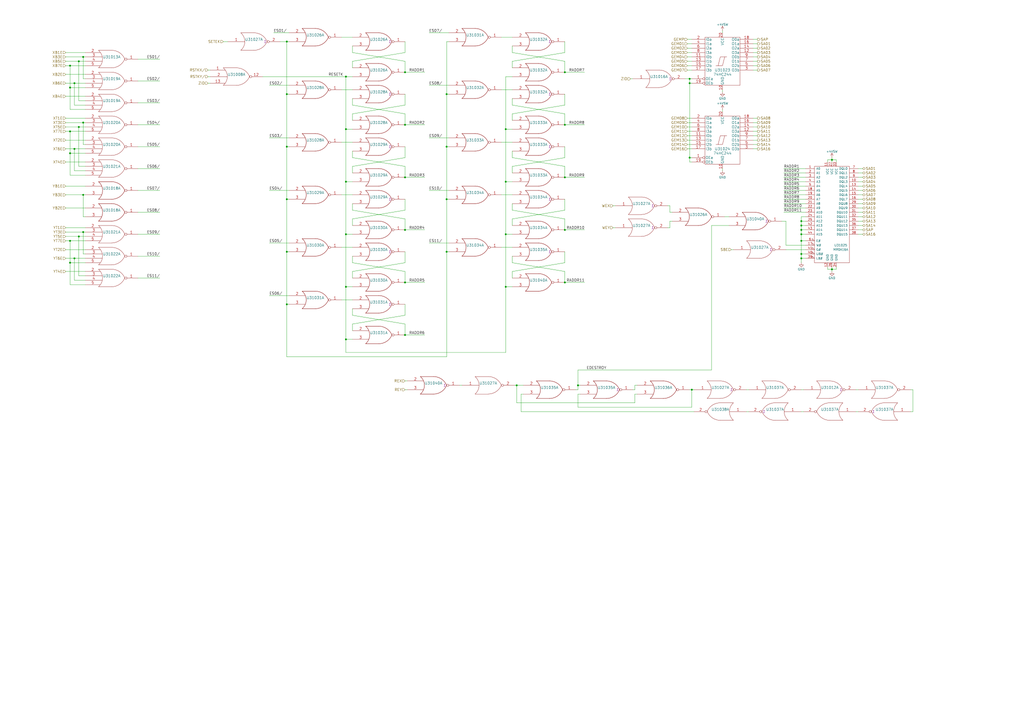
<source format=kicad_sch>
(kicad_sch (version 20211123) (generator eeschema)
  (paper "A2")
  (junction (at 40.64 88.9))
  (junction (at 327.66 41.91))
  (junction (at 200.66 196.85))
  (junction (at 200.66 44.45))
  (junction (at 464.82 133.35))
  (junction (at 293.37 105.41))
  (junction (at 335.28 223.52))
  (junction (at 166.37 176.53))
  (junction (at 464.82 147.32))
  (junction (at 293.37 74.93))
  (junction (at 200.66 166.37))
  (junction (at 166.37 24.13))
  (junction (at 40.64 152.4))
  (junction (at 259.08 54.61))
  (junction (at 45.72 137.16))
  (junction (at 48.26 134.62))
  (junction (at 293.37 166.37))
  (junction (at 48.26 71.12))
  (junction (at 464.82 130.81))
  (junction (at 45.72 35.56))
  (junction (at 482.6 156.21))
  (junction (at 401.32 226.06))
  (junction (at 400.05 91.44))
  (junction (at 234.95 133.35))
  (junction (at 464.82 139.7))
  (junction (at 259.08 146.05))
  (junction (at 293.37 135.89))
  (junction (at 200.66 74.93))
  (junction (at 482.6 92.71))
  (junction (at 259.08 85.09))
  (junction (at 327.66 163.83))
  (junction (at 166.37 54.61))
  (junction (at 234.95 194.31))
  (junction (at 40.64 139.7))
  (junction (at 200.66 135.89))
  (junction (at 166.37 85.09))
  (junction (at 464.82 128.27))
  (junction (at 200.66 105.41))
  (junction (at 40.64 76.2))
  (junction (at 400.05 48.26))
  (junction (at 234.95 163.83))
  (junction (at 234.95 41.91))
  (junction (at 40.64 38.1))
  (junction (at 48.26 113.03))
  (junction (at 464.82 135.89))
  (junction (at 43.18 149.86))
  (junction (at 48.26 33.02))
  (junction (at 259.08 115.57))
  (junction (at 166.37 146.05))
  (junction (at 234.95 102.87))
  (junction (at 43.18 86.36))
  (junction (at 299.72 223.52))
  (junction (at 43.18 48.26))
  (junction (at 45.72 73.66))
  (junction (at 400.05 45.72))
  (junction (at 327.66 72.39))
  (junction (at 464.82 149.86))
  (junction (at 327.66 133.35))
  (junction (at 40.64 50.8))
  (junction (at 234.95 72.39))
  (junction (at 166.37 115.57))
  (junction (at 327.66 102.87))
  (wire (pts (xy 40.64 50.8) (xy 40.64 63.5)))
  (wire (pts (xy 200.66 44.45) (xy 204.47 44.45)))
  (wire (pts (xy 529.59 226.06) (xy 528.32 226.06)))
  (wire (pts (xy 302.26 228.6) (xy 303.53 228.6)))
  (wire (pts (xy 327.66 35.56) (xy 297.18 30.48)))
  (wire (pts (xy 167.64 140.97) (xy 156.21 140.97)))
  (wire (pts (xy 80.01 123.19) (xy 92.71 123.19)))
  (wire (pts (xy 198.12 113.03) (xy 204.47 113.03)))
  (wire (pts (xy 400.05 226.06) (xy 401.32 226.06)))
  (wire (pts (xy 45.72 35.56) (xy 45.72 58.42)))
  (wire (pts (xy 497.84 128.27) (xy 500.38 128.27)))
  (wire (pts (xy 234.95 121.92) (xy 204.47 127)))
  (wire (pts (xy 290.83 21.59) (xy 297.18 21.59)))
  (wire (pts (xy 293.37 204.47) (xy 293.37 166.37)))
  (wire (pts (xy 45.72 160.02) (xy 49.53 160.02)))
  (wire (pts (xy 299.72 223.52) (xy 303.53 223.52)))
  (wire (pts (xy 198.12 52.07) (xy 204.47 52.07)))
  (wire (pts (xy 38.1 76.2) (xy 40.64 76.2)))
  (wire (pts (xy 38.1 134.62) (xy 48.26 134.62)))
  (wire (pts (xy 367.03 45.72) (xy 365.76 45.72)))
  (wire (pts (xy 464.82 130.81) (xy 464.82 133.35)))
  (wire (pts (xy 436.88 86.36) (xy 439.42 86.36)))
  (wire (pts (xy 40.64 88.9) (xy 40.64 101.6)))
  (wire (pts (xy 529.59 238.76) (xy 529.59 226.06)))
  (wire (pts (xy 234.95 226.06) (xy 236.22 226.06)))
  (wire (pts (xy 259.08 115.57) (xy 259.08 85.09)))
  (wire (pts (xy 419.1 63.5) (xy 419.1 64.77)))
  (wire (pts (xy 436.88 33.02) (xy 439.42 33.02)))
  (wire (pts (xy 297.18 35.56) (xy 297.18 39.37)))
  (wire (pts (xy 497.84 102.87) (xy 500.38 102.87)))
  (wire (pts (xy 38.1 33.02) (xy 48.26 33.02)))
  (wire (pts (xy 497.84 123.19) (xy 500.38 123.19)))
  (wire (pts (xy 419.1 97.79) (xy 419.1 99.06)))
  (wire (pts (xy 464.82 125.73) (xy 467.36 125.73)))
  (wire (pts (xy 467.36 115.57) (xy 454.66 115.57)))
  (wire (pts (xy 48.26 33.02) (xy 49.53 33.02)))
  (wire (pts (xy 234.95 54.61) (xy 234.95 60.96)))
  (wire (pts (xy 40.64 139.7) (xy 40.64 152.4)))
  (wire (pts (xy 43.18 60.96) (xy 49.53 60.96)))
  (wire (pts (xy 234.95 72.39) (xy 246.38 72.39)))
  (wire (pts (xy 200.66 135.89) (xy 204.47 135.89)))
  (wire (pts (xy 436.88 30.48) (xy 439.42 30.48)))
  (wire (pts (xy 497.84 105.41) (xy 500.38 105.41)))
  (wire (pts (xy 467.36 113.03) (xy 454.66 113.03)))
  (wire (pts (xy 234.95 152.4) (xy 204.47 157.48)))
  (wire (pts (xy 464.82 130.81) (xy 467.36 130.81)))
  (wire (pts (xy 482.6 154.94) (xy 482.6 156.21)))
  (wire (pts (xy 200.66 196.85) (xy 200.66 204.47)))
  (wire (pts (xy 234.95 187.96) (xy 204.47 182.88)))
  (wire (pts (xy 49.53 45.72) (xy 48.26 45.72)))
  (wire (pts (xy 482.6 156.21) (xy 485.14 156.21)))
  (wire (pts (xy 464.82 226.06) (xy 466.09 226.06)))
  (wire (pts (xy 497.84 115.57) (xy 500.38 115.57)))
  (wire (pts (xy 38.1 38.1) (xy 40.64 38.1)))
  (wire (pts (xy 43.18 48.26) (xy 43.18 60.96)))
  (wire (pts (xy 327.66 41.91) (xy 339.09 41.91)))
  (wire (pts (xy 400.05 48.26) (xy 401.32 48.26)))
  (wire (pts (xy 120.65 40.64) (xy 121.92 40.64)))
  (wire (pts (xy 200.66 44.45) (xy 200.66 74.93)))
  (wire (pts (xy 529.59 238.76) (xy 528.32 238.76)))
  (wire (pts (xy 401.32 81.28) (xy 398.78 81.28)))
  (wire (pts (xy 401.32 22.86) (xy 398.78 22.86)))
  (wire (pts (xy 401.32 25.4) (xy 398.78 25.4)))
  (wire (pts (xy 480.06 93.98) (xy 480.06 92.71)))
  (wire (pts (xy 368.3 233.68) (xy 368.3 228.6)))
  (wire (pts (xy 467.36 102.87) (xy 454.66 102.87)))
  (wire (pts (xy 464.82 128.27) (xy 464.82 130.81)))
  (wire (pts (xy 166.37 54.61) (xy 166.37 85.09)))
  (wire (pts (xy 455.93 128.27) (xy 453.39 128.27)))
  (wire (pts (xy 40.64 63.5) (xy 49.53 63.5)))
  (wire (pts (xy 234.95 72.39) (xy 234.95 66.04)))
  (wire (pts (xy 38.1 35.56) (xy 45.72 35.56)))
  (wire (pts (xy 38.1 157.48) (xy 49.53 157.48)))
  (wire (pts (xy 436.88 38.1) (xy 439.42 38.1)))
  (wire (pts (xy 455.93 142.24) (xy 455.93 128.27)))
  (wire (pts (xy 234.95 220.98) (xy 236.22 220.98)))
  (wire (pts (xy 356.87 132.08) (xy 355.6 132.08)))
  (wire (pts (xy 467.36 97.79) (xy 454.66 97.79)))
  (wire (pts (xy 234.95 85.09) (xy 234.95 91.44)))
  (wire (pts (xy 419.1 17.78) (xy 419.1 19.05)))
  (wire (pts (xy 497.84 110.49) (xy 500.38 110.49)))
  (wire (pts (xy 43.18 86.36) (xy 43.18 99.06)))
  (wire (pts (xy 234.95 30.48) (xy 204.47 35.56)))
  (wire (pts (xy 400.05 93.98) (xy 401.32 93.98)))
  (wire (pts (xy 234.95 194.31) (xy 234.95 187.96)))
  (wire (pts (xy 387.35 132.08) (xy 388.62 132.08)))
  (wire (pts (xy 467.36 118.11) (xy 454.66 118.11)))
  (wire (pts (xy 38.1 43.18) (xy 49.53 43.18)))
  (wire (pts (xy 327.66 146.05) (xy 327.66 152.4)))
  (wire (pts (xy 40.64 152.4) (xy 40.64 165.1)))
  (wire (pts (xy 464.82 135.89) (xy 464.82 139.7)))
  (wire (pts (xy 401.32 35.56) (xy 398.78 35.56)))
  (wire (pts (xy 497.84 120.65) (xy 500.38 120.65)))
  (wire (pts (xy 40.64 50.8) (xy 49.53 50.8)))
  (wire (pts (xy 293.37 74.93) (xy 297.18 74.93)))
  (wire (pts (xy 38.1 137.16) (xy 45.72 137.16)))
  (wire (pts (xy 327.66 163.83) (xy 339.09 163.83)))
  (wire (pts (xy 464.82 147.32) (xy 464.82 149.86)))
  (wire (pts (xy 38.1 71.12) (xy 48.26 71.12)))
  (wire (pts (xy 48.26 45.72) (xy 48.26 33.02)))
  (wire (pts (xy 166.37 176.53) (xy 167.64 176.53)))
  (wire (pts (xy 401.32 71.12) (xy 398.78 71.12)))
  (wire (pts (xy 299.72 223.52) (xy 299.72 233.68)))
  (wire (pts (xy 467.36 105.41) (xy 454.66 105.41)))
  (wire (pts (xy 434.34 238.76) (xy 433.07 238.76)))
  (wire (pts (xy 38.1 149.86) (xy 43.18 149.86)))
  (wire (pts (xy 166.37 115.57) (xy 166.37 146.05)))
  (wire (pts (xy 234.95 60.96) (xy 204.47 66.04)))
  (wire (pts (xy 436.88 81.28) (xy 439.42 81.28)))
  (wire (pts (xy 45.72 73.66) (xy 49.53 73.66)))
  (wire (pts (xy 40.64 101.6) (xy 49.53 101.6)))
  (wire (pts (xy 302.26 238.76) (xy 302.26 228.6)))
  (wire (pts (xy 234.95 24.13) (xy 234.95 30.48)))
  (wire (pts (xy 49.53 83.82) (xy 48.26 83.82)))
  (wire (pts (xy 234.95 102.87) (xy 246.38 102.87)))
  (wire (pts (xy 290.83 82.55) (xy 297.18 82.55)))
  (wire (pts (xy 335.28 228.6) (xy 336.55 228.6)))
  (wire (pts (xy 400.05 48.26) (xy 400.05 91.44)))
  (wire (pts (xy 297.18 157.48) (xy 297.18 161.29)))
  (wire (pts (xy 467.36 107.95) (xy 454.66 107.95)))
  (wire (pts (xy 40.64 152.4) (xy 49.53 152.4)))
  (wire (pts (xy 120.65 44.45) (xy 121.92 44.45)))
  (wire (pts (xy 204.47 96.52) (xy 204.47 100.33)))
  (wire (pts (xy 297.18 152.4) (xy 297.18 148.59)))
  (wire (pts (xy 43.18 162.56) (xy 49.53 162.56)))
  (wire (pts (xy 234.95 133.35) (xy 234.95 127)))
  (wire (pts (xy 335.28 223.52) (xy 336.55 223.52)))
  (wire (pts (xy 293.37 135.89) (xy 293.37 105.41)))
  (wire (pts (xy 43.18 48.26) (xy 49.53 48.26)))
  (wire (pts (xy 80.01 46.99) (xy 92.71 46.99)))
  (wire (pts (xy 401.32 83.82) (xy 398.78 83.82)))
  (wire (pts (xy 38.1 48.26) (xy 43.18 48.26)))
  (wire (pts (xy 200.66 166.37) (xy 204.47 166.37)))
  (wire (pts (xy 120.65 48.26) (xy 121.92 48.26)))
  (wire (pts (xy 436.88 22.86) (xy 439.42 22.86)))
  (wire (pts (xy 38.1 73.66) (xy 45.72 73.66)))
  (wire (pts (xy 38.1 86.36) (xy 43.18 86.36)))
  (wire (pts (xy 482.6 91.44) (xy 482.6 92.71)))
  (wire (pts (xy 327.66 115.57) (xy 327.66 121.92)))
  (wire (pts (xy 80.01 72.39) (xy 92.71 72.39)))
  (wire (pts (xy 455.93 144.78) (xy 467.36 144.78)))
  (wire (pts (xy 234.95 146.05) (xy 234.95 152.4)))
  (wire (pts (xy 48.26 134.62) (xy 49.53 134.62)))
  (wire (pts (xy 166.37 85.09) (xy 167.64 85.09)))
  (wire (pts (xy 290.83 143.51) (xy 297.18 143.51)))
  (wire (pts (xy 401.32 33.02) (xy 398.78 33.02)))
  (wire (pts (xy 259.08 85.09) (xy 259.08 54.61)))
  (wire (pts (xy 297.18 91.44) (xy 297.18 87.63)))
  (wire (pts (xy 234.95 91.44) (xy 204.47 96.52)))
  (wire (pts (xy 436.88 71.12) (xy 439.42 71.12)))
  (wire (pts (xy 38.1 113.03) (xy 48.26 113.03)))
  (wire (pts (xy 401.32 78.74) (xy 398.78 78.74)))
  (wire (pts (xy 234.95 163.83) (xy 246.38 163.83)))
  (wire (pts (xy 80.01 59.69) (xy 92.71 59.69)))
  (wire (pts (xy 401.32 86.36) (xy 398.78 86.36)))
  (wire (pts (xy 80.01 34.29) (xy 92.71 34.29)))
  (wire (pts (xy 327.66 102.87) (xy 339.09 102.87)))
  (wire (pts (xy 204.47 187.96) (xy 204.47 191.77)))
  (wire (pts (xy 327.66 85.09) (xy 327.66 91.44)))
  (wire (pts (xy 436.88 27.94) (xy 439.42 27.94)))
  (wire (pts (xy 40.64 38.1) (xy 49.53 38.1)))
  (wire (pts (xy 45.72 137.16) (xy 45.72 160.02)))
  (wire (pts (xy 420.37 125.73) (xy 422.91 125.73)))
  (wire (pts (xy 436.88 25.4) (xy 439.42 25.4)))
  (wire (pts (xy 464.82 139.7) (xy 464.82 147.32)))
  (wire (pts (xy 397.51 45.72) (xy 400.05 45.72)))
  (wire (pts (xy 200.66 105.41) (xy 204.47 105.41)))
  (wire (pts (xy 40.64 76.2) (xy 49.53 76.2)))
  (wire (pts (xy 298.45 223.52) (xy 299.72 223.52)))
  (wire (pts (xy 200.66 166.37) (xy 200.66 196.85)))
  (wire (pts (xy 204.47 66.04) (xy 204.47 69.85)))
  (wire (pts (xy 464.82 135.89) (xy 467.36 135.89)))
  (wire (pts (xy 167.64 110.49) (xy 156.21 110.49)))
  (wire (pts (xy 480.06 92.71) (xy 482.6 92.71)))
  (wire (pts (xy 38.1 139.7) (xy 40.64 139.7)))
  (wire (pts (xy 260.35 140.97) (xy 248.92 140.97)))
  (wire (pts (xy 38.1 132.08) (xy 49.53 132.08)))
  (wire (pts (xy 200.66 204.47) (xy 293.37 204.47)))
  (wire (pts (xy 497.84 107.95) (xy 500.38 107.95)))
  (wire (pts (xy 48.26 113.03) (xy 49.53 113.03)))
  (wire (pts (xy 327.66 152.4) (xy 297.18 157.48)))
  (wire (pts (xy 327.66 121.92) (xy 297.18 127)))
  (wire (pts (xy 335.28 226.06) (xy 334.01 226.06)))
  (wire (pts (xy 299.72 233.68) (xy 368.3 233.68)))
  (wire (pts (xy 234.95 102.87) (xy 234.95 96.52)))
  (wire (pts (xy 40.64 88.9) (xy 49.53 88.9)))
  (wire (pts (xy 38.1 68.58) (xy 49.53 68.58)))
  (wire (pts (xy 204.47 35.56) (xy 204.47 39.37)))
  (wire (pts (xy 356.87 119.38) (xy 355.6 119.38)))
  (wire (pts (xy 200.66 74.93) (xy 200.66 105.41)))
  (wire (pts (xy 260.35 110.49) (xy 248.92 110.49)))
  (wire (pts (xy 327.66 127) (xy 297.18 121.92)))
  (wire (pts (xy 204.47 127) (xy 204.47 130.81)))
  (wire (pts (xy 234.95 115.57) (xy 234.95 121.92)))
  (wire (pts (xy 132.08 24.13) (xy 129.54 24.13)))
  (wire (pts (xy 259.08 24.13) (xy 260.35 24.13)))
  (wire (pts (xy 152.4 44.45) (xy 200.66 44.45)))
  (wire (pts (xy 38.1 93.98) (xy 49.53 93.98)))
  (wire (pts (xy 48.26 113.03) (xy 48.26 125.73)))
  (wire (pts (xy 419.1 52.07) (xy 419.1 53.34)))
  (wire (pts (xy 259.08 115.57) (xy 260.35 115.57)))
  (wire (pts (xy 48.26 83.82) (xy 48.26 71.12)))
  (wire (pts (xy 401.32 30.48) (xy 398.78 30.48)))
  (wire (pts (xy 234.95 176.53) (xy 234.95 182.88)))
  (wire (pts (xy 368.3 223.52) (xy 369.57 223.52)))
  (wire (pts (xy 167.64 171.45) (xy 156.21 171.45)))
  (wire (pts (xy 260.35 19.05) (xy 248.92 19.05)))
  (wire (pts (xy 436.88 76.2) (xy 439.42 76.2)))
  (wire (pts (xy 436.88 73.66) (xy 439.42 73.66)))
  (wire (pts (xy 293.37 135.89) (xy 297.18 135.89)))
  (wire (pts (xy 266.7 223.52) (xy 267.97 223.52)))
  (wire (pts (xy 204.47 60.96) (xy 204.47 57.15)))
  (wire (pts (xy 293.37 74.93) (xy 293.37 44.45)))
  (wire (pts (xy 297.18 66.04) (xy 297.18 69.85)))
  (wire (pts (xy 198.12 21.59) (xy 204.47 21.59)))
  (wire (pts (xy 198.12 173.99) (xy 204.47 173.99)))
  (wire (pts (xy 293.37 105.41) (xy 293.37 74.93)))
  (wire (pts (xy 290.83 113.03) (xy 297.18 113.03)))
  (wire (pts (xy 200.66 135.89) (xy 200.66 166.37)))
  (wire (pts (xy 166.37 24.13) (xy 167.64 24.13)))
  (wire (pts (xy 166.37 115.57) (xy 167.64 115.57)))
  (wire (pts (xy 40.64 139.7) (xy 49.53 139.7)))
  (wire (pts (xy 497.84 125.73) (xy 500.38 125.73)))
  (wire (pts (xy 293.37 44.45) (xy 297.18 44.45)))
  (wire (pts (xy 167.64 80.01) (xy 156.21 80.01)))
  (wire (pts (xy 412.75 214.63) (xy 412.75 130.81)))
  (wire (pts (xy 467.36 147.32) (xy 464.82 147.32)))
  (wire (pts (xy 259.08 54.61) (xy 259.08 24.13)))
  (wire (pts (xy 48.26 71.12) (xy 49.53 71.12)))
  (wire (pts (xy 293.37 166.37) (xy 293.37 135.89)))
  (wire (pts (xy 401.32 76.2) (xy 398.78 76.2)))
  (wire (pts (xy 234.95 41.91) (xy 246.38 41.91)))
  (wire (pts (xy 388.62 123.19) (xy 389.89 123.19)))
  (wire (pts (xy 166.37 54.61) (xy 167.64 54.61)))
  (wire (pts (xy 166.37 24.13) (xy 166.37 54.61)))
  (wire (pts (xy 48.26 147.32) (xy 48.26 134.62)))
  (wire (pts (xy 480.06 154.94) (xy 480.06 156.21)))
  (wire (pts (xy 234.95 127) (xy 204.47 121.92)))
  (wire (pts (xy 467.36 100.33) (xy 454.66 100.33)))
  (wire (pts (xy 38.1 55.88) (xy 49.53 55.88)))
  (wire (pts (xy 45.72 96.52) (xy 49.53 96.52)))
  (wire (pts (xy 402.59 238.76) (xy 302.26 238.76)))
  (wire (pts (xy 166.37 85.09) (xy 166.37 115.57)))
  (wire (pts (xy 464.82 125.73) (xy 464.82 128.27)))
  (wire (pts (xy 166.37 146.05) (xy 167.64 146.05)))
  (wire (pts (xy 80.01 97.79) (xy 92.71 97.79)))
  (wire (pts (xy 400.05 91.44) (xy 401.32 91.44)))
  (wire (pts (xy 166.37 176.53) (xy 166.37 207.01)))
  (wire (pts (xy 200.66 105.41) (xy 200.66 135.89)))
  (wire (pts (xy 464.82 133.35) (xy 464.82 135.89)))
  (wire (pts (xy 234.95 163.83) (xy 234.95 157.48)))
  (wire (pts (xy 204.47 30.48) (xy 204.47 26.67)))
  (wire (pts (xy 467.36 149.86) (xy 464.82 149.86)))
  (wire (pts (xy 412.75 130.81) (xy 422.91 130.81)))
  (wire (pts (xy 466.09 238.76) (xy 464.82 238.76)))
  (wire (pts (xy 259.08 146.05) (xy 259.08 115.57)))
  (wire (pts (xy 204.47 152.4) (xy 204.47 148.59)))
  (wire (pts (xy 43.18 86.36) (xy 49.53 86.36)))
  (wire (pts (xy 167.64 19.05) (xy 158.75 19.05)))
  (wire (pts (xy 335.28 214.63) (xy 335.28 223.52)))
  (wire (pts (xy 388.62 119.38) (xy 388.62 123.19)))
  (wire (pts (xy 260.35 49.53) (xy 248.92 49.53)))
  (wire (pts (xy 327.66 163.83) (xy 327.66 157.48)))
  (wire (pts (xy 464.82 149.86) (xy 464.82 152.4)))
  (wire (pts (xy 167.64 49.53) (xy 156.21 49.53)))
  (wire (pts (xy 388.62 132.08) (xy 388.62 128.27)))
  (wire (pts (xy 259.08 54.61) (xy 260.35 54.61)))
  (wire (pts (xy 80.01 110.49) (xy 92.71 110.49)))
  (wire (pts (xy 327.66 91.44) (xy 297.18 96.52)))
  (wire (pts (xy 327.66 102.87) (xy 327.66 96.52)))
  (wire (pts (xy 204.47 91.44) (xy 204.47 87.63)))
  (wire (pts (xy 40.64 76.2) (xy 40.64 88.9)))
  (wire (pts (xy 198.12 143.51) (xy 204.47 143.51)))
  (wire (pts (xy 401.32 27.94) (xy 398.78 27.94)))
  (wire (pts (xy 234.95 194.31) (xy 246.38 194.31)))
  (wire (pts (xy 335.28 223.52) (xy 335.28 226.06)))
  (wire (pts (xy 497.84 118.11) (xy 500.38 118.11)))
  (wire (pts (xy 297.18 60.96) (xy 297.18 57.15)))
  (wire (pts (xy 327.66 133.35) (xy 327.66 127)))
  (wire (pts (xy 49.53 107.95) (xy 38.1 107.95)))
  (wire (pts (xy 45.72 73.66) (xy 45.72 96.52)))
  (wire (pts (xy 401.32 73.66) (xy 398.78 73.66)))
  (wire (pts (xy 327.66 30.48) (xy 297.18 35.56)))
  (wire (pts (xy 464.82 139.7) (xy 467.36 139.7)))
  (wire (pts (xy 436.88 35.56) (xy 439.42 35.56)))
  (wire (pts (xy 293.37 166.37) (xy 297.18 166.37)))
  (wire (pts (xy 166.37 146.05) (xy 166.37 176.53)))
  (wire (pts (xy 401.32 236.22) (xy 335.28 236.22)))
  (wire (pts (xy 290.83 52.07) (xy 297.18 52.07)))
  (wire (pts (xy 40.64 38.1) (xy 40.64 50.8)))
  (wire (pts (xy 367.03 226.06) (xy 368.3 226.06)))
  (wire (pts (xy 424.18 144.78) (xy 425.45 144.78)))
  (wire (pts (xy 436.88 78.74) (xy 439.42 78.74)))
  (wire (pts (xy 49.53 120.65) (xy 38.1 120.65)))
  (wire (pts (xy 80.01 161.29) (xy 92.71 161.29)))
  (wire (pts (xy 400.05 91.44) (xy 400.05 93.98)))
  (wire (pts (xy 401.32 226.06) (xy 402.59 226.06)))
  (wire (pts (xy 368.3 226.06) (xy 368.3 223.52)))
  (wire (pts (xy 38.1 81.28) (xy 49.53 81.28)))
  (wire (pts (xy 297.18 30.48) (xy 297.18 26.67)))
  (wire (pts (xy 327.66 96.52) (xy 297.18 91.44)))
  (wire (pts (xy 234.95 182.88) (xy 204.47 187.96)))
  (wire (pts (xy 368.3 228.6) (xy 369.57 228.6)))
  (wire (pts (xy 467.36 142.24) (xy 455.93 142.24)))
  (wire (pts (xy 387.35 119.38) (xy 388.62 119.38)))
  (wire (pts (xy 49.53 147.32) (xy 48.26 147.32)))
  (wire (pts (xy 40.64 165.1) (xy 49.53 165.1)))
  (wire (pts (xy 162.56 24.13) (xy 166.37 24.13)))
  (wire (pts (xy 482.6 92.71) (xy 482.6 93.98)))
  (wire (pts (xy 327.66 66.04) (xy 297.18 60.96)))
  (wire (pts (xy 436.88 83.82) (xy 439.42 83.82)))
  (wire (pts (xy 327.66 41.91) (xy 327.66 35.56)))
  (wire (pts (xy 327.66 54.61) (xy 327.66 60.96)))
  (wire (pts (xy 327.66 24.13) (xy 327.66 30.48)))
  (wire (pts (xy 204.47 182.88) (xy 204.47 179.07)))
  (wire (pts (xy 80.01 135.89) (xy 92.71 135.89)))
  (wire (pts (xy 497.84 130.81) (xy 500.38 130.81)))
  (wire (pts (xy 234.95 66.04) (xy 204.47 60.96)))
  (wire (pts (xy 433.07 226.06) (xy 434.34 226.06)))
  (wire (pts (xy 436.88 68.58) (xy 439.42 68.58)))
  (wire (pts (xy 401.32 38.1) (xy 398.78 38.1)))
  (wire (pts (xy 198.12 82.55) (xy 204.47 82.55)))
  (wire (pts (xy 80.01 148.59) (xy 92.71 148.59)))
  (wire (pts (xy 200.66 74.93) (xy 204.47 74.93)))
  (wire (pts (xy 480.06 156.21) (xy 482.6 156.21)))
  (wire (pts (xy 400.05 45.72) (xy 400.05 48.26)))
  (wire (pts (xy 259.08 85.09) (xy 260.35 85.09)))
  (wire (pts (xy 204.47 121.92) (xy 204.47 118.11)))
  (wire (pts (xy 467.36 123.19) (xy 454.66 123.19)))
  (wire (pts (xy 204.47 157.48) (xy 204.47 161.29)))
  (wire (pts (xy 234.95 96.52) (xy 204.47 91.44)))
  (wire (pts (xy 327.66 133.35) (xy 339.09 133.35)))
  (wire (pts (xy 293.37 105.41) (xy 297.18 105.41)))
  (wire (pts (xy 297.18 96.52) (xy 297.18 100.33)))
  (wire (pts (xy 401.32 68.58) (xy 398.78 68.58)))
  (wire (pts (xy 464.82 128.27) (xy 467.36 128.27)))
  (wire (pts (xy 259.08 207.01) (xy 259.08 146.05)))
  (wire (pts (xy 497.84 97.79) (xy 500.38 97.79)))
  (wire (pts (xy 45.72 35.56) (xy 49.53 35.56)))
  (wire (pts (xy 388.62 128.27) (xy 389.89 128.27)))
  (wire (pts (xy 497.84 135.89) (xy 500.38 135.89)))
  (wire (pts (xy 400.05 45.72) (xy 401.32 45.72)))
  (wire (pts (xy 482.6 92.71) (xy 485.14 92.71)))
  (wire (pts (xy 200.66 196.85) (xy 204.47 196.85)))
  (wire (pts (xy 467.36 120.65) (xy 454.66 120.65)))
  (wire (pts (xy 497.84 113.03) (xy 500.38 113.03)))
  (wire (pts (xy 38.1 144.78) (xy 49.53 144.78)))
  (wire (pts (xy 45.72 58.42) (xy 49.53 58.42)))
  (wire (pts (xy 335.28 236.22) (xy 335.28 228.6)))
  (wire (pts (xy 297.18 121.92) (xy 297.18 118.11)))
  (wire (pts (xy 234.95 35.56) (xy 204.47 30.48)))
  (wire (pts (xy 259.08 146.05) (xy 260.35 146.05)))
  (wire (pts (xy 485.14 156.21) (xy 485.14 154.94)))
  (wire (pts (xy 234.95 133.35) (xy 246.38 133.35)))
  (wire (pts (xy 43.18 99.06) (xy 49.53 99.06)))
  (wire (pts (xy 496.57 238.76) (xy 497.84 238.76)))
  (wire (pts (xy 45.72 137.16) (xy 49.53 137.16)))
  (wire (pts (xy 496.57 226.06) (xy 497.84 226.06)))
  (wire (pts (xy 327.66 72.39) (xy 327.66 66.04)))
  (wire (pts (xy 234.95 157.48) (xy 204.47 152.4)))
  (wire (pts (xy 401.32 40.64) (xy 398.78 40.64)))
  (wire (pts (xy 80.01 85.09) (xy 92.71 85.09)))
  (wire (pts (xy 38.1 30.48) (xy 49.53 30.48)))
  (wire (pts (xy 335.28 214.63) (xy 412.75 214.63)))
  (wire (pts (xy 497.84 100.33) (xy 500.38 100.33)))
  (wire (pts (xy 166.37 207.01) (xy 259.08 207.01)))
  (wire (pts (xy 327.66 157.48) (xy 297.18 152.4)))
  (wire (pts (xy 297.18 127) (xy 297.18 130.81)))
  (wire (pts (xy 260.35 80.01) (xy 248.92 80.01)))
  (wire (pts (xy 48.26 125.73) (xy 49.53 125.73)))
  (wire (pts (xy 464.82 133.35) (xy 467.36 133.35)))
  (wire (pts (xy 482.6 156.21) (xy 482.6 157.48)))
  (wire (pts (xy 485.14 92.71) (xy 485.14 93.98)))
  (wire (pts (xy 43.18 149.86) (xy 43.18 162.56)))
  (wire (pts (xy 234.95 41.91) (xy 234.95 35.56)))
  (wire (pts (xy 327.66 60.96) (xy 297.18 66.04)))
  (wire (pts (xy 497.84 133.35) (xy 500.38 133.35)))
  (wire (pts (xy 43.18 149.86) (xy 49.53 149.86)))
  (wire (pts (xy 327.66 72.39) (xy 339.09 72.39)))
  (wire (pts (xy 436.88 40.64) (xy 439.42 40.64)))
  (wire (pts (xy 401.32 226.06) (xy 401.32 236.22)))
  (wire (pts (xy 467.36 110.49) (xy 454.66 110.49)))
  (label "ES06/" (at 92.71 97.79 180) (effects (font (size 1.524 1.524))))
  (label "RESETK" (at 190.5 44.45 0) (effects (font (size 1.524 1.524))))
  (label "ES11/" (at 248.92 140.97 0) (effects (font (size 1.524 1.524))))
  (label "ES09/" (at 92.71 135.89 180) (effects (font (size 1.524 1.524))))
  (label "ES05/" (at 92.71 85.09 180) (effects (font (size 1.524 1.524))))
  (label "RADDR7" (at 454.66 113.03 0) (effects (font (size 1.524 1.524))))
  (label "ES01/" (at 92.71 34.29 180) (effects (font (size 1.524 1.524))))
  (label "RADDR10" (at 454.66 120.65 0) (effects (font (size 1.524 1.524))))
  (label "ES06/" (at 156.21 171.45 0) (effects (font (size 1.524 1.524))))
  (label "ES08/" (at 248.92 49.53 0) (effects (font (size 1.524 1.524))))
  (label "ES03/" (at 92.71 59.69 180) (effects (font (size 1.524 1.524))))
  (label "ES08/" (at 92.71 123.19 180) (effects (font (size 1.524 1.524))))
  (label "ES07/" (at 248.92 19.05 0) (effects (font (size 1.524 1.524))))
  (label "RADDR9" (at 339.09 102.87 180) (effects (font (size 1.524 1.524))))
  (label "RADDR2" (at 246.38 72.39 180) (effects (font (size 1.524 1.524))))
  (label "ES04/" (at 156.21 110.49 0) (effects (font (size 1.524 1.524))))
  (label "RADDR7" (at 339.09 41.91 180) (effects (font (size 1.524 1.524))))
  (label "RADDR3" (at 454.66 102.87 0) (effects (font (size 1.524 1.524))))
  (label "EDESTROY" (at 351.79 214.63 180) (effects (font (size 1.524 1.524))))
  (label "RADDR5" (at 454.66 107.95 0) (effects (font (size 1.524 1.524))))
  (label "RADDR9" (at 454.66 118.11 0) (effects (font (size 1.524 1.524))))
  (label "RADDR10" (at 339.09 133.35 180) (effects (font (size 1.524 1.524))))
  (label "RADDR8" (at 339.09 72.39 180) (effects (font (size 1.524 1.524))))
  (label "ES05/" (at 156.21 140.97 0) (effects (font (size 1.524 1.524))))
  (label "RADDR3" (at 246.38 102.87 180) (effects (font (size 1.524 1.524))))
  (label "ES11/" (at 92.71 161.29 180) (effects (font (size 1.524 1.524))))
  (label "RADDR1" (at 454.66 97.79 0) (effects (font (size 1.524 1.524))))
  (label "ES04/" (at 92.71 72.39 180) (effects (font (size 1.524 1.524))))
  (label "RADDR6" (at 454.66 110.49 0) (effects (font (size 1.524 1.524))))
  (label "RADDR11" (at 454.66 123.19 0) (effects (font (size 1.524 1.524))))
  (label "RADDR6" (at 246.38 194.31 180) (effects (font (size 1.524 1.524))))
  (label "ES09/" (at 248.92 80.01 0) (effects (font (size 1.524 1.524))))
  (label "ES07/" (at 92.71 110.49 180) (effects (font (size 1.524 1.524))))
  (label "RADDR8" (at 454.66 115.57 0) (effects (font (size 1.524 1.524))))
  (label "ES10/" (at 248.92 110.49 0) (effects (font (size 1.524 1.524))))
  (label "RADDR2" (at 454.66 100.33 0) (effects (font (size 1.524 1.524))))
  (label "ES02/" (at 92.71 46.99 180) (effects (font (size 1.524 1.524))))
  (label "RADDR4" (at 246.38 133.35 180) (effects (font (size 1.524 1.524))))
  (label "RADDR5" (at 246.38 163.83 180) (effects (font (size 1.524 1.524))))
  (label "RADDR11" (at 339.09 163.83 180) (effects (font (size 1.524 1.524))))
  (label "ES10/" (at 92.71 148.59 180) (effects (font (size 1.524 1.524))))
  (label "ES03/" (at 156.21 80.01 0) (effects (font (size 1.524 1.524))))
  (label "ES01/" (at 158.75 19.05 0) (effects (font (size 1.524 1.524))))
  (label "ES02/" (at 156.21 49.53 0) (effects (font (size 1.524 1.524))))
  (label "RADDR1" (at 246.38 41.91 180) (effects (font (size 1.524 1.524))))
  (label "RADDR4" (at 454.66 105.41 0) (effects (font (size 1.524 1.524))))
  (hierarchical_label "SA14" (shape tri_state) (at 500.38 130.81 0) (effects (font (size 1.524 1.524))))
  (hierarchical_label "SA11" (shape output) (at 439.42 76.2 0) (effects (font (size 1.524 1.524))))
  (hierarchical_label "GEM01" (shape input) (at 398.78 25.4 180) (effects (font (size 1.524 1.524))))
  (hierarchical_label "SA10" (shape tri_state) (at 500.38 120.65 0) (effects (font (size 1.524 1.524))))
  (hierarchical_label "SA08" (shape output) (at 439.42 68.58 0) (effects (font (size 1.524 1.524))))
  (hierarchical_label "SA08" (shape tri_state) (at 500.38 115.57 0) (effects (font (size 1.524 1.524))))
  (hierarchical_label "WEY" (shape input) (at 355.6 132.08 180) (effects (font (size 1.524 1.524))))
  (hierarchical_label "XB1E" (shape input) (at 38.1 30.48 180) (effects (font (size 1.524 1.524))))
  (hierarchical_label "YT7E" (shape input) (at 38.1 139.7 180) (effects (font (size 1.524 1.524))))
  (hierarchical_label "SA05" (shape output) (at 439.42 35.56 0) (effects (font (size 1.524 1.524))))
  (hierarchical_label "SA01" (shape output) (at 439.42 25.4 0) (effects (font (size 1.524 1.524))))
  (hierarchical_label "GEM12" (shape input) (at 398.78 78.74 180) (effects (font (size 1.524 1.524))))
  (hierarchical_label "XT4E" (shape input) (at 38.1 93.98 180) (effects (font (size 1.524 1.524))))
  (hierarchical_label "YB3E" (shape input) (at 38.1 113.03 180) (effects (font (size 1.524 1.524))))
  (hierarchical_label "ZID" (shape input) (at 120.65 48.26 180) (effects (font (size 1.524 1.524))))
  (hierarchical_label "XB2E" (shape input) (at 38.1 43.18 180) (effects (font (size 1.524 1.524))))
  (hierarchical_label "SA06" (shape output) (at 439.42 38.1 0) (effects (font (size 1.524 1.524))))
  (hierarchical_label "XT6E" (shape input) (at 38.1 86.36 180) (effects (font (size 1.524 1.524))))
  (hierarchical_label "GEM14" (shape input) (at 398.78 83.82 180) (effects (font (size 1.524 1.524))))
  (hierarchical_label "GEM05" (shape input) (at 398.78 35.56 180) (effects (font (size 1.524 1.524))))
  (hierarchical_label "GEM08" (shape input) (at 398.78 68.58 180) (effects (font (size 1.524 1.524))))
  (hierarchical_label "XB6E" (shape input) (at 38.1 48.26 180) (effects (font (size 1.524 1.524))))
  (hierarchical_label "GEM13" (shape input) (at 398.78 81.28 180) (effects (font (size 1.524 1.524))))
  (hierarchical_label "REY" (shape input) (at 234.95 226.06 180) (effects (font (size 1.524 1.524))))
  (hierarchical_label "WEX" (shape input) (at 355.6 119.38 180) (effects (font (size 1.524 1.524))))
  (hierarchical_label "YT3E" (shape input) (at 38.1 134.62 180) (effects (font (size 1.524 1.524))))
  (hierarchical_label "ZID" (shape input) (at 365.76 45.72 180) (effects (font (size 1.524 1.524))))
  (hierarchical_label "SA03" (shape output) (at 439.42 30.48 0) (effects (font (size 1.524 1.524))))
  (hierarchical_label "SA04" (shape tri_state) (at 500.38 105.41 0) (effects (font (size 1.524 1.524))))
  (hierarchical_label "SA13" (shape output) (at 439.42 81.28 0) (effects (font (size 1.524 1.524))))
  (hierarchical_label "GEM09" (shape input) (at 398.78 71.12 180) (effects (font (size 1.524 1.524))))
  (hierarchical_label "XB3E" (shape input) (at 38.1 33.02 180) (effects (font (size 1.524 1.524))))
  (hierarchical_label "XT5E" (shape input) (at 38.1 73.66 180) (effects (font (size 1.524 1.524))))
  (hierarchical_label "SA06" (shape tri_state) (at 500.38 110.49 0) (effects (font (size 1.524 1.524))))
  (hierarchical_label "SA03" (shape tri_state) (at 500.38 102.87 0) (effects (font (size 1.524 1.524))))
  (hierarchical_label "GEM02" (shape input) (at 398.78 27.94 180) (effects (font (size 1.524 1.524))))
  (hierarchical_label "SA02" (shape output) (at 439.42 27.94 0) (effects (font (size 1.524 1.524))))
  (hierarchical_label "YT5E" (shape input) (at 38.1 137.16 180) (effects (font (size 1.524 1.524))))
  (hierarchical_label "SAP" (shape output) (at 439.42 22.86 0) (effects (font (size 1.524 1.524))))
  (hierarchical_label "SA12" (shape output) (at 439.42 78.74 0) (effects (font (size 1.524 1.524))))
  (hierarchical_label "GEM10" (shape input) (at 398.78 73.66 180) (effects (font (size 1.524 1.524))))
  (hierarchical_label "SA07" (shape tri_state) (at 500.38 113.03 0) (effects (font (size 1.524 1.524))))
  (hierarchical_label "GEM06" (shape input) (at 398.78 38.1 180) (effects (font (size 1.524 1.524))))
  (hierarchical_label "RSTKX/" (shape input) (at 120.65 40.64 180) (effects (font (size 1.524 1.524))))
  (hierarchical_label "SETEK" (shape input) (at 129.54 24.13 180) (effects (font (size 1.524 1.524))))
  (hierarchical_label "GEM16" (shape input) (at 398.78 86.36 180) (effects (font (size 1.524 1.524))))
  (hierarchical_label "SA10" (shape output) (at 439.42 73.66 0) (effects (font (size 1.524 1.524))))
  (hierarchical_label "XB5E" (shape input) (at 38.1 35.56 180) (effects (font (size 1.524 1.524))))
  (hierarchical_label "REX" (shape input) (at 234.95 220.98 180) (effects (font (size 1.524 1.524))))
  (hierarchical_label "YT6E" (shape input) (at 38.1 149.86 180) (effects (font (size 1.524 1.524))))
  (hierarchical_label "GEM04" (shape input) (at 398.78 33.02 180) (effects (font (size 1.524 1.524))))
  (hierarchical_label "GEMP" (shape input) (at 398.78 22.86 180) (effects (font (size 1.524 1.524))))
  (hierarchical_label "SBE" (shape input) (at 424.18 144.78 180) (effects (font (size 1.524 1.524))))
  (hierarchical_label "SA07" (shape output) (at 439.42 40.64 0) (effects (font (size 1.524 1.524))))
  (hierarchical_label "SA01" (shape tri_state) (at 500.38 97.79 0) (effects (font (size 1.524 1.524))))
  (hierarchical_label "SA05" (shape tri_state) (at 500.38 107.95 0) (effects (font (size 1.524 1.524))))
  (hierarchical_label "SA11" (shape tri_state) (at 500.38 123.19 0) (effects (font (size 1.524 1.524))))
  (hierarchical_label "SA16" (shape output) (at 439.42 86.36 0) (effects (font (size 1.524 1.524))))
  (hierarchical_label "GEM11" (shape input) (at 398.78 76.2 180) (effects (font (size 1.524 1.524))))
  (hierarchical_label "SAP" (shape tri_state) (at 500.38 133.35 0) (effects (font (size 1.524 1.524))))
  (hierarchical_label "YT4E" (shape input) (at 38.1 157.48 180) (effects (font (size 1.524 1.524))))
  (hierarchical_label "SA02" (shape tri_state) (at 500.38 100.33 0) (effects (font (size 1.524 1.524))))
  (hierarchical_label "SA09" (shape output) (at 439.42 71.12 0) (effects (font (size 1.524 1.524))))
  (hierarchical_label "SA09" (shape tri_state) (at 500.38 118.11 0) (effects (font (size 1.524 1.524))))
  (hierarchical_label "YB1E" (shape input) (at 38.1 107.95 180) (effects (font (size 1.524 1.524))))
  (hierarchical_label "YB2E" (shape input) (at 38.1 120.65 180) (effects (font (size 1.524 1.524))))
  (hierarchical_label "XT7E" (shape input) (at 38.1 76.2 180) (effects (font (size 1.524 1.524))))
  (hierarchical_label "YT1E" (shape input) (at 38.1 132.08 180) (effects (font (size 1.524 1.524))))
  (hierarchical_label "YT2E" (shape input) (at 38.1 144.78 180) (effects (font (size 1.524 1.524))))
  (hierarchical_label "SA12" (shape tri_state) (at 500.38 125.73 0) (effects (font (size 1.524 1.524))))
  (hierarchical_label "RSTKY/" (shape input) (at 120.65 44.45 180) (effects (font (size 1.524 1.524))))
  (hierarchical_label "GEM07" (shape input) (at 398.78 40.64 180) (effects (font (size 1.524 1.524))))
  (hierarchical_label "SA04" (shape output) (at 439.42 33.02 0) (effects (font (size 1.524 1.524))))
  (hierarchical_label "XT3E" (shape input) (at 38.1 71.12 180) (effects (font (size 1.524 1.524))))
  (hierarchical_label "XB4E" (shape input) (at 38.1 55.88 180) (effects (font (size 1.524 1.524))))
  (hierarchical_label "SA14" (shape output) (at 439.42 83.82 0) (effects (font (size 1.524 1.524))))
  (hierarchical_label "GEM03" (shape input) (at 398.78 30.48 180) (effects (font (size 1.524 1.524))))
  (hierarchical_label "SA16" (shape tri_state) (at 500.38 135.89 0) (effects (font (size 1.524 1.524))))
  (hierarchical_label "XT1E" (shape input) (at 38.1 68.58 180) (effects (font (size 1.524 1.524))))
  (hierarchical_label "XT2E" (shape input) (at 38.1 81.28 180) (effects (font (size 1.524 1.524))))
  (hierarchical_label "SA13" (shape tri_state) (at 500.38 128.27 0) (effects (font (size 1.524 1.524))))
  (hierarchical_label "XB7E" (shape input) (at 38.1 38.1 180) (effects (font (size 1.524 1.524))))
  (symbol (lib_id "agc_kicad_components:74HC4002") (at 64.77 34.29 0)
    (property "Reference" "U31013" (at 64.77 33.02 0) (effects (font (size 1.524 1.524))))
    (property "Value" "74HC4002" (effects hide))
  )
  (symbol (lib_id "agc_kicad_components:74HC4002") (at 64.77 46.99 0)
    (property "Reference" "U31019" (at 64.77 45.72 0) (effects (font (size 1.524 1.524))))
    (property "Value" "74HC4002" (effects hide))
  )
  (symbol (lib_id "agc_kicad_components:74HC4002") (at 64.77 59.69 0)
    (property "Reference" "U31019" (at 64.77 58.42 0) (effects (font (size 1.524 1.524))))
    (property "Value" "74HC4002" (effects hide))
  )
  (symbol (lib_id "agc_kicad_components:74HC4002") (at 64.77 72.39 0)
    (property "Reference" "U31020" (at 64.77 71.12 0) (effects (font (size 1.524 1.524))))
    (property "Value" "74HC4002" (effects hide))
  )
  (symbol (lib_id "agc_kicad_components:74HC4002") (at 64.77 85.09 0)
    (property "Reference" "U31020" (at 64.77 83.82 0) (effects (font (size 1.524 1.524))))
    (property "Value" "74HC4002" (effects hide))
  )
  (symbol (lib_id "agc_kicad_components:74HC4002") (at 64.77 97.79 0)
    (property "Reference" "U31021" (at 64.77 96.52 0) (effects (font (size 1.524 1.524))))
    (property "Value" "74HC4002" (effects hide))
  )
  (symbol (lib_id "agc_kicad_components:74HC02") (at 64.77 110.49 0)
    (property "Reference" "U31018" (at 64.77 109.22 0) (effects (font (size 1.524 1.524))))
    (property "Value" "74HC02" (effects hide))
  )
  (symbol (lib_id "agc_kicad_components:74HC02") (at 64.77 123.19 0)
    (property "Reference" "U31018" (at 64.77 121.92 0) (effects (font (size 1.524 1.524))))
    (property "Value" "74HC02" (effects hide))
  )
  (symbol (lib_id "agc_kicad_components:74HC4002") (at 64.77 135.89 0)
    (property "Reference" "U31021" (at 64.77 134.62 0) (effects (font (size 1.524 1.524))))
    (property "Value" "74HC4002" (effects hide))
  )
  (symbol (lib_id "agc_kicad_components:74HC4002") (at 64.77 148.59 0)
    (property "Reference" "U31022" (at 64.77 147.32 0) (effects (font (size 1.524 1.524))))
    (property "Value" "74HC4002" (effects hide))
  )
  (symbol (lib_id "agc_kicad_components:74HC4002") (at 64.77 161.29 0)
    (property "Reference" "U31022" (at 64.77 160.02 0) (effects (font (size 1.524 1.524))))
    (property "Value" "74HC4002" (effects hide))
  )
  (symbol (lib_id "agc_kicad_components:74HC244") (at 419.1 35.56 0)
    (property "Reference" "U31023" (at 419.1 40.64 0) (effects (font (size 1.524 1.524))))
    (property "Value" "74HC244" (at 419.1 43.18 0) (effects (font (size 1.524 1.524))))
  )
  (symbol (lib_id "agc_kicad_components:74HC04") (at 382.27 45.72 0)
    (property "Reference" "U31016" (at 382.27 44.45 0) (effects (font (size 1.524 1.524))))
    (property "Value" "74HC04" (effects hide))
    (property "Initial" "1" (at 388.62 45.72 0) (effects (font (size 1.524 1.524) italic)))
  )
  (symbol (lib_id "agc_kicad_components:74HC244") (at 419.1 81.28 0)
    (property "Reference" "U31024" (at 419.1 86.36 0) (effects (font (size 1.524 1.524))))
    (property "Value" "74HC244" (at 419.1 88.9 0) (effects (font (size 1.524 1.524))))
  )
  (symbol (lib_id "agc_kicad_components:MR0A16A") (at 482.6 128.27 0)
    (property "Reference" "U31025" (at 487.68 142.24 0))
    (property "Value" "MR0A16A" (at 487.68 144.78 0))
    (property "FPGA#bidir" "7,8,9,10,13,14,15,16,29,30,31,32,35,36,37,38" (effects hide))
  )
  (symbol (lib_id "power:GND") (at 464.82 152.4 0) (unit 1)
    (property "Reference" "#PWR011" (effects hide))
    (property "Value" "GND" (at 464.82 156.21 0))
  )
  (symbol (lib_id "agc_kicad_components:74HC02") (at 405.13 125.73 0)
    (property "Reference" "U31026" (at 405.13 124.46 0) (effects (font (size 1.524 1.524))))
    (property "Value" "74HC02" (effects hide))
  )
  (symbol (lib_id "agc_kicad_components:74HC04") (at 372.11 119.38 0)
    (property "Reference" "U31027" (at 372.11 118.11 0) (effects (font (size 1.524 1.524))))
    (property "Value" "74HC04" (effects hide))
    (property "Initial" "1" (at 378.46 119.38 0) (effects (font (size 1.524 1.524) italic)))
  )
  (symbol (lib_id "agc_kicad_components:74HC04") (at 372.11 132.08 0)
    (property "Reference" "U31027" (at 372.11 130.81 0) (effects (font (size 1.524 1.524))))
    (property "Value" "74HC04" (effects hide))
    (property "Initial" "1" (at 378.46 132.08 0) (effects (font (size 1.524 1.524) italic)))
  )
  (symbol (lib_id "agc_kicad_components:74HC04") (at 440.69 144.78 0)
    (property "Reference" "U31027" (at 440.69 143.51 0) (effects (font (size 1.524 1.524))))
    (property "Value" "74HC04" (effects hide))
    (property "Initial" "1" (at 447.04 144.78 0) (effects (font (size 1.524 1.524) italic)))
  )
  (symbol (lib_id "agc_kicad_components:74HC02") (at 182.88 21.59 0)
    (property "Reference" "U31026" (at 182.88 20.32 0) (effects (font (size 1.524 1.524))))
    (property "Value" "74HC02" (effects hide))
  )
  (symbol (lib_id "agc_kicad_components:74HC04") (at 147.32 24.13 0)
    (property "Reference" "U31027" (at 147.32 22.86 0) (effects (font (size 1.524 1.524))))
    (property "Value" "74HC04" (effects hide))
    (property "Initial" "1" (at 153.67 24.13 0) (effects (font (size 1.524 1.524) italic)))
  )
  (symbol (lib_id "agc_kicad_components:74HC02") (at 219.71 24.13 0)
    (property "Reference" "U31026" (at 219.71 22.86 0) (effects (font (size 1.524 1.524))))
    (property "Value" "74HC02" (effects hide))
    (property "Initial" "1" (at 226.06 24.13 0) (effects (font (size 1.524 1.524) italic)))
  )
  (symbol (lib_id "agc_kicad_components:74HC02") (at 219.71 41.91 0)
    (property "Reference" "U31026" (at 219.71 40.64 0) (effects (font (size 1.524 1.524))))
    (property "Value" "74HC02" (effects hide))
  )
  (symbol (lib_id "agc_kicad_components:74HC02") (at 182.88 52.07 0)
    (property "Reference" "U31028" (at 182.88 50.8 0) (effects (font (size 1.524 1.524))))
    (property "Value" "74HC02" (effects hide))
  )
  (symbol (lib_id "agc_kicad_components:74HC02") (at 219.71 54.61 0)
    (property "Reference" "U31028" (at 219.71 53.34 0) (effects (font (size 1.524 1.524))))
    (property "Value" "74HC02" (effects hide))
    (property "Initial" "1" (at 226.06 54.61 0) (effects (font (size 1.524 1.524) italic)))
  )
  (symbol (lib_id "agc_kicad_components:74HC02") (at 219.71 72.39 0)
    (property "Reference" "U31028" (at 219.71 71.12 0) (effects (font (size 1.524 1.524))))
    (property "Value" "74HC02" (effects hide))
  )
  (symbol (lib_id "agc_kicad_components:74HC02") (at 182.88 82.55 0)
    (property "Reference" "U31028" (at 182.88 81.28 0) (effects (font (size 1.524 1.524))))
    (property "Value" "74HC02" (effects hide))
  )
  (symbol (lib_id "agc_kicad_components:74HC02") (at 219.71 85.09 0)
    (property "Reference" "U31029" (at 219.71 83.82 0) (effects (font (size 1.524 1.524))))
    (property "Value" "74HC02" (effects hide))
    (property "Initial" "1" (at 226.06 85.09 0) (effects (font (size 1.524 1.524) italic)))
  )
  (symbol (lib_id "agc_kicad_components:74HC02") (at 219.71 102.87 0)
    (property "Reference" "U31029" (at 219.71 101.6 0) (effects (font (size 1.524 1.524))))
    (property "Value" "74HC02" (effects hide))
  )
  (symbol (lib_id "agc_kicad_components:74HC02") (at 182.88 113.03 0)
    (property "Reference" "U31029" (at 182.88 111.76 0) (effects (font (size 1.524 1.524))))
    (property "Value" "74HC02" (effects hide))
  )
  (symbol (lib_id "agc_kicad_components:74HC02") (at 219.71 115.57 0)
    (property "Reference" "U31029" (at 219.71 114.3 0) (effects (font (size 1.524 1.524))))
    (property "Value" "74HC02" (effects hide))
    (property "Initial" "1" (at 226.06 115.57 0) (effects (font (size 1.524 1.524) italic)))
  )
  (symbol (lib_id "agc_kicad_components:74HC02") (at 219.71 133.35 0)
    (property "Reference" "U31030" (at 219.71 132.08 0) (effects (font (size 1.524 1.524))))
    (property "Value" "74HC02" (effects hide))
  )
  (symbol (lib_id "agc_kicad_components:74HC02") (at 182.88 143.51 0)
    (property "Reference" "U31030" (at 182.88 142.24 0) (effects (font (size 1.524 1.524))))
    (property "Value" "74HC02" (effects hide))
  )
  (symbol (lib_id "agc_kicad_components:74HC02") (at 219.71 146.05 0)
    (property "Reference" "U31030" (at 219.71 144.78 0) (effects (font (size 1.524 1.524))))
    (property "Value" "74HC02" (effects hide))
    (property "Initial" "1" (at 226.06 146.05 0) (effects (font (size 1.524 1.524) italic)))
  )
  (symbol (lib_id "agc_kicad_components:74HC02") (at 219.71 163.83 0)
    (property "Reference" "U31030" (at 219.71 162.56 0) (effects (font (size 1.524 1.524))))
    (property "Value" "74HC02" (effects hide))
  )
  (symbol (lib_id "agc_kicad_components:74HC02") (at 182.88 173.99 0)
    (property "Reference" "U31031" (at 182.88 172.72 0) (effects (font (size 1.524 1.524))))
    (property "Value" "74HC02" (effects hide))
  )
  (symbol (lib_id "agc_kicad_components:74HC02") (at 219.71 176.53 0)
    (property "Reference" "U31031" (at 219.71 175.26 0) (effects (font (size 1.524 1.524))))
    (property "Value" "74HC02" (effects hide))
    (property "Initial" "1" (at 226.06 176.53 0) (effects (font (size 1.524 1.524) italic)))
  )
  (symbol (lib_id "agc_kicad_components:74HC02") (at 219.71 194.31 0)
    (property "Reference" "U31031" (at 219.71 193.04 0) (effects (font (size 1.524 1.524))))
    (property "Value" "74HC02" (effects hide))
  )
  (symbol (lib_id "agc_kicad_components:74HC02") (at 275.59 21.59 0)
    (property "Reference" "U31031" (at 275.59 20.32 0) (effects (font (size 1.524 1.524))))
    (property "Value" "74HC02" (effects hide))
  )
  (symbol (lib_id "agc_kicad_components:74HC02") (at 312.42 24.13 0)
    (property "Reference" "U31032" (at 312.42 22.86 0) (effects (font (size 1.524 1.524))))
    (property "Value" "74HC02" (effects hide))
    (property "Initial" "1" (at 318.77 24.13 0) (effects (font (size 1.524 1.524) italic)))
  )
  (symbol (lib_id "agc_kicad_components:74HC02") (at 312.42 41.91 0)
    (property "Reference" "U31032" (at 312.42 40.64 0) (effects (font (size 1.524 1.524))))
    (property "Value" "74HC02" (effects hide))
  )
  (symbol (lib_id "agc_kicad_components:74HC02") (at 275.59 52.07 0)
    (property "Reference" "U31032" (at 275.59 50.8 0) (effects (font (size 1.524 1.524))))
    (property "Value" "74HC02" (effects hide))
  )
  (symbol (lib_id "agc_kicad_components:74HC02") (at 312.42 54.61 0)
    (property "Reference" "U31032" (at 312.42 53.34 0) (effects (font (size 1.524 1.524))))
    (property "Value" "74HC02" (effects hide))
    (property "Initial" "1" (at 318.77 54.61 0) (effects (font (size 1.524 1.524) italic)))
  )
  (symbol (lib_id "agc_kicad_components:74HC02") (at 312.42 72.39 0)
    (property "Reference" "U31033" (at 312.42 71.12 0) (effects (font (size 1.524 1.524))))
    (property "Value" "74HC02" (effects hide))
  )
  (symbol (lib_id "agc_kicad_components:74HC02") (at 275.59 82.55 0)
    (property "Reference" "U31033" (at 275.59 81.28 0) (effects (font (size 1.524 1.524))))
    (property "Value" "74HC02" (effects hide))
  )
  (symbol (lib_id "agc_kicad_components:74HC02") (at 312.42 85.09 0)
    (property "Reference" "U31033" (at 312.42 83.82 0) (effects (font (size 1.524 1.524))))
    (property "Value" "74HC02" (effects hide))
    (property "Initial" "1" (at 318.77 85.09 0) (effects (font (size 1.524 1.524) italic)))
  )
  (symbol (lib_id "agc_kicad_components:74HC02") (at 312.42 102.87 0)
    (property "Reference" "U31033" (at 312.42 101.6 0) (effects (font (size 1.524 1.524))))
    (property "Value" "74HC02" (effects hide))
  )
  (symbol (lib_id "agc_kicad_components:74HC02") (at 275.59 113.03 0)
    (property "Reference" "U31034" (at 275.59 111.76 0) (effects (font (size 1.524 1.524))))
    (property "Value" "74HC02" (effects hide))
  )
  (symbol (lib_id "agc_kicad_components:74HC02") (at 312.42 115.57 0)
    (property "Reference" "U31034" (at 312.42 114.3 0) (effects (font (size 1.524 1.524))))
    (property "Value" "74HC02" (effects hide))
    (property "Initial" "1" (at 318.77 115.57 0) (effects (font (size 1.524 1.524) italic)))
  )
  (symbol (lib_id "agc_kicad_components:74HC02") (at 312.42 133.35 0)
    (property "Reference" "U31034" (at 312.42 132.08 0) (effects (font (size 1.524 1.524))))
    (property "Value" "74HC02" (effects hide))
  )
  (symbol (lib_id "agc_kicad_components:74HC02") (at 275.59 143.51 0)
    (property "Reference" "U31034" (at 275.59 142.24 0) (effects (font (size 1.524 1.524))))
    (property "Value" "74HC02" (effects hide))
  )
  (symbol (lib_id "agc_kicad_components:74HC02") (at 312.42 146.05 0)
    (property "Reference" "U31035" (at 312.42 144.78 0) (effects (font (size 1.524 1.524))))
    (property "Value" "74HC02" (effects hide))
    (property "Initial" "1" (at 318.77 146.05 0) (effects (font (size 1.524 1.524) italic)))
  )
  (symbol (lib_id "agc_kicad_components:74HC02") (at 312.42 163.83 0)
    (property "Reference" "U31040" (at 312.42 162.56 0) (effects (font (size 1.524 1.524))))
    (property "Value" "74HC02" (effects hide))
  )
  (symbol (lib_id "agc_kicad_components:74HC02") (at 318.77 226.06 0)
    (property "Reference" "U31035" (at 318.77 224.79 0) (effects (font (size 1.524 1.524))))
    (property "Value" "74HC02" (effects hide))
  )
  (symbol (lib_id "agc_kicad_components:74HC02") (at 351.79 226.06 0)
    (property "Reference" "U31035" (at 351.79 224.79 0) (effects (font (size 1.524 1.524))))
    (property "Value" "74HC02" (effects hide))
    (property "Initial" "1" (at 358.14 226.06 0) (effects (font (size 1.524 1.524) italic)))
  )
  (symbol (lib_id "agc_kicad_components:74HC02") (at 384.81 226.06 0)
    (property "Reference" "U31036" (at 384.81 224.79 0) (effects (font (size 1.524 1.524))))
    (property "Value" "74HC02" (effects hide))
  )
  (symbol (lib_id "agc_kicad_components:74HC04") (at 417.83 226.06 0)
    (property "Reference" "U31027" (at 417.83 224.79 0) (effects (font (size 1.524 1.524))))
    (property "Value" "74HC04" (effects hide))
    (property "Initial" "1" (at 424.18 226.06 0) (effects (font (size 1.524 1.524) italic)))
  )
  (symbol (lib_id "agc_kicad_components:74HC04") (at 449.58 226.06 0)
    (property "Reference" "U31037" (at 449.58 224.79 0) (effects (font (size 1.524 1.524))))
    (property "Value" "74HC04" (effects hide))
  )
  (symbol (lib_id "agc_kicad_components:74HC04") (at 481.33 226.06 0)
    (property "Reference" "U31012" (at 481.33 224.79 0) (effects (font (size 1.524 1.524))))
    (property "Value" "74HC04" (effects hide))
    (property "Initial" "1" (at 487.68 226.06 0) (effects (font (size 1.524 1.524) italic)))
  )
  (symbol (lib_id "agc_kicad_components:74HC04") (at 513.08 226.06 0)
    (property "Reference" "U31037" (at 513.08 224.79 0) (effects (font (size 1.524 1.524))))
    (property "Value" "74HC04" (effects hide))
  )
  (symbol (lib_id "agc_kicad_components:74HC04") (at 513.08 238.76 0) (mirror y)
    (property "Reference" "U31037" (at 513.08 237.49 0) (effects (font (size 1.524 1.524))))
    (property "Value" "74HC04" (effects hide))
    (property "Initial" "1" (at 506.73 238.76 0) (effects (font (size 1.524 1.524) italic)))
  )
  (symbol (lib_id "agc_kicad_components:74HC04") (at 481.33 238.76 0) (mirror y)
    (property "Reference" "U31037" (at 481.33 237.49 0) (effects (font (size 1.524 1.524))))
    (property "Value" "74HC04" (effects hide))
  )
  (symbol (lib_id "agc_kicad_components:74HC04") (at 449.58 238.76 0) (mirror y)
    (property "Reference" "U31037" (at 449.58 237.49 0) (effects (font (size 1.524 1.524))))
    (property "Value" "74HC04" (effects hide))
    (property "Initial" "1" (at 443.23 238.76 0) (effects (font (size 1.524 1.524) italic)))
  )
  (symbol (lib_id "agc_kicad_components:74HC04") (at 417.83 238.76 0) (mirror y)
    (property "Reference" "U31038" (at 417.83 237.49 0) (effects (font (size 1.524 1.524))))
    (property "Value" "74HC04" (effects hide))
  )
  (symbol (lib_id "agc_kicad_components:74HC27") (at 137.16 44.45 0)
    (property "Reference" "U31008" (at 137.16 43.18 0) (effects (font (size 1.524 1.524))))
    (property "Value" "74HC27" (effects hide))
  )
  (symbol (lib_id "agc_kicad_components:74HC02") (at 251.46 223.52 0)
    (property "Reference" "U31040" (at 251.46 222.25 0) (effects (font (size 1.524 1.524))))
    (property "Value" "74HC02" (effects hide))
    (property "Initial" "1" (at 257.81 223.52 0) (effects (font (size 1.524 1.524) italic)))
  )
  (symbol (lib_id "agc_kicad_components:74HC02") (at 438.15 128.27 0)
    (property "Reference" "U31040" (at 438.15 127 0) (effects (font (size 1.524 1.524))))
    (property "Value" "74HC02" (effects hide))
    (property "Initial" "1" (at 444.5 128.27 0) (effects (font (size 1.524 1.524) italic)))
  )
  (symbol (lib_id "agc_kicad_components:74HC04") (at 283.21 223.52 0)
    (property "Reference" "U31027" (at 283.21 222.25 0) (effects (font (size 1.524 1.524))))
    (property "Value" "74HC04" (effects hide))
  )
  (symbol (lib_id "agc_kicad_components:+4VSW") (at 482.6 91.44 0) (unit 1)
    (property "Reference" "#PWR012" (effects hide))
    (property "Value" "+4VSW" (at 482.6 87.884 0))
  )
  (symbol (lib_id "power:GND") (at 482.6 157.48 0) (unit 1)
    (property "Reference" "#PWR013" (effects hide))
    (property "Value" "GND" (at 482.6 161.29 0))
  )
  (symbol (lib_id "agc_kicad_components:+4VSW") (at 419.1 17.78 0) (unit 1)
    (property "Reference" "#PWR014" (effects hide))
    (property "Value" "+4VSW" (at 419.1 14.224 0))
  )
  (symbol (lib_id "power:GND") (at 419.1 53.34 0) (unit 1)
    (property "Reference" "#PWR015" (effects hide))
    (property "Value" "GND" (at 419.1 57.15 0))
  )
  (symbol (lib_id "power:GND") (at 419.1 99.06 0) (unit 1)
    (property "Reference" "#PWR016" (effects hide))
    (property "Value" "GND" (at 419.1 102.87 0))
  )
  (symbol (lib_id "agc_kicad_components:+4VSW") (at 419.1 63.5 0) (unit 1)
    (property "Reference" "#PWR017" (effects hide))
    (property "Value" "+4VSW" (at 419.1 59.944 0))
  )
)
</source>
